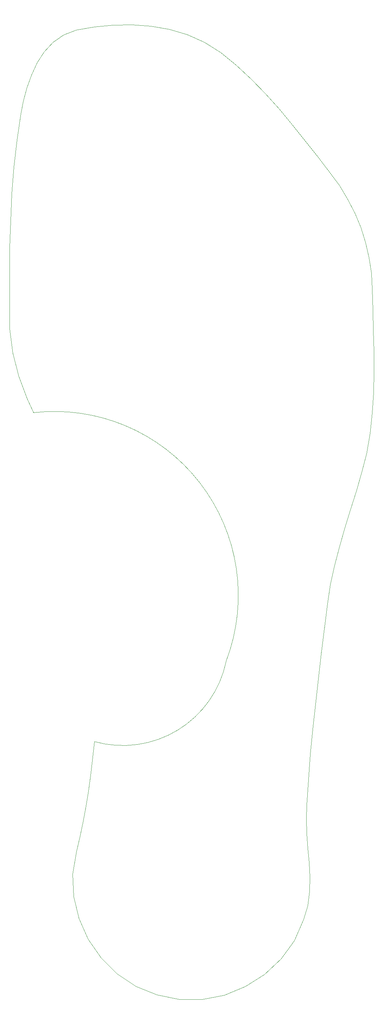
<source format=gbr>
G04 #@! TF.GenerationSoftware,KiCad,Pcbnew,(5.0.0)*
G04 #@! TF.CreationDate,2020-01-07T16:08:45+01:00*
G04 #@! TF.ProjectId,Insole_PCB,496E736F6C655F5043422E6B69636164,rev?*
G04 #@! TF.SameCoordinates,Original*
G04 #@! TF.FileFunction,Other,ECO2*
%FSLAX46Y46*%
G04 Gerber Fmt 4.6, Leading zero omitted, Abs format (unit mm)*
G04 Created by KiCad (PCBNEW (5.0.0)) date 01/07/20 16:08:45*
%MOMM*%
%LPD*%
G01*
G04 APERTURE LIST*
%ADD10C,0.100000*%
G04 APERTURE END LIST*
D10*
X169068316Y-134171726D02*
G75*
G02X215449453Y-193820707I5056994J-43924577D01*
G01*
X215449460Y-193820327D02*
G75*
G02X183709453Y-213230707I-24872853J5016340D01*
G01*
X249792461Y-96966756D02*
X248938460Y-93279067D01*
X250918475Y-119394000D02*
X250804851Y-114431047D01*
X244618361Y-82800959D02*
X242635479Y-79561805D01*
X214075497Y-47564985D02*
X210216067Y-45142095D01*
X228138918Y-61167591D02*
X224860939Y-57520115D01*
X240402762Y-76478709D02*
X237408679Y-72612068D01*
X231304423Y-64921849D02*
X228138918Y-61167591D01*
X250662246Y-109473854D02*
X250543687Y-104529199D01*
X250543687Y-104529199D02*
X250331855Y-100722656D01*
X242635479Y-79561805D02*
X240402762Y-76478709D01*
X248938460Y-93279067D02*
X247782806Y-89677158D01*
X250950095Y-124355936D02*
X250918475Y-119394000D01*
X192788731Y-40906695D02*
X188229936Y-40986495D01*
X210216067Y-45142095D02*
X206098587Y-43309905D01*
X217856896Y-50684145D02*
X214075497Y-47564985D01*
X224860939Y-57520115D02*
X221442820Y-54014075D01*
X234385121Y-68748228D02*
X231304423Y-64921849D01*
X250331855Y-100722656D02*
X249792461Y-96966756D01*
X250846677Y-129310075D02*
X250950095Y-124355936D01*
X188229936Y-40986495D02*
X183708533Y-41431645D01*
X206098587Y-43309905D02*
X201782144Y-42023315D01*
X221442820Y-54014075D02*
X217856896Y-50684145D01*
X197325829Y-41237275D02*
X192788731Y-40906695D01*
X201782144Y-42023315D02*
X197325829Y-41237275D01*
X237408679Y-72612068D02*
X234385121Y-68748228D01*
X247782806Y-89677158D02*
X246338455Y-86178599D01*
X250804851Y-114431047D02*
X250662246Y-109473854D01*
X246338455Y-86178599D02*
X244618361Y-82800959D01*
X178710641Y-250459846D02*
X179986735Y-255744695D01*
X249195948Y-144057930D02*
X250022631Y-139167850D01*
X235176689Y-222352157D02*
X235651770Y-216298068D01*
X204180020Y-275202835D02*
X209630223Y-275196835D01*
X242614654Y-166406798D02*
X243925388Y-161936120D01*
X189159997Y-269026375D02*
X193687826Y-272037505D01*
X209630223Y-275196835D02*
X214973089Y-274130845D01*
X243925388Y-161936120D02*
X245306824Y-157482639D01*
X250555198Y-134249639D02*
X250846677Y-129310075D01*
X250022631Y-139167850D02*
X250555198Y-134249639D01*
X239026732Y-186113925D02*
X239786053Y-180089471D01*
X179391791Y-239608954D02*
X178481168Y-245025420D01*
X248010043Y-148560289D02*
X249195948Y-144057930D01*
X240477047Y-175466729D02*
X241442560Y-170911420D01*
X239786053Y-180089471D02*
X240477047Y-175466729D01*
X234798602Y-235350499D02*
X234668703Y-231875139D01*
X238273505Y-192141574D02*
X239026732Y-186113925D01*
X220036197Y-272093765D02*
X224647127Y-269174015D01*
X235439772Y-249215265D02*
X235517052Y-245772089D01*
X236215504Y-210250663D02*
X236851379Y-204209245D01*
X234042630Y-256003041D02*
X234990932Y-252628502D01*
X179986735Y-255744695D02*
X182215976Y-260712425D01*
X236851379Y-204209245D02*
X237542883Y-198173114D01*
X235651770Y-216298068D02*
X236215504Y-210250663D01*
X234806771Y-228413628D02*
X235176689Y-222352157D01*
X234668703Y-231875139D02*
X234806771Y-228413628D01*
X224647127Y-269174015D02*
X228633456Y-265460035D01*
X214973089Y-274130845D02*
X220036197Y-272093765D01*
X246691022Y-153029610D02*
X248010043Y-148560289D01*
X237542883Y-198173114D02*
X238273505Y-192141574D01*
X228633456Y-265460035D02*
X231822764Y-261040235D01*
X245306824Y-157482639D02*
X246691022Y-153029610D01*
X241442560Y-170911420D02*
X242614654Y-166406798D01*
X235068563Y-238830948D02*
X234798602Y-235350499D01*
X235350681Y-242307731D02*
X235068563Y-238830948D01*
X235517052Y-245772089D02*
X235350681Y-242307731D01*
X234990932Y-252628502D02*
X235439772Y-249215265D01*
X231822764Y-261040235D02*
X234042630Y-256003041D01*
X198794902Y-274061365D02*
X204180020Y-275202835D01*
X193687826Y-272037505D02*
X198794902Y-274061365D01*
X185304889Y-265195495D02*
X189159997Y-269026375D01*
X182215976Y-260712425D02*
X185304889Y-265195495D01*
X178481168Y-245025420D02*
X178710641Y-250459846D01*
X163346174Y-94527525D02*
X163273894Y-101023877D01*
X163533110Y-88034051D02*
X163346174Y-94527525D01*
X166651101Y-59163744D02*
X166027480Y-62207963D01*
X183708533Y-41431645D02*
X179283613Y-42197035D01*
X166027480Y-62207963D02*
X165081884Y-68630412D01*
X171593937Y-47436525D02*
X169890133Y-50080615D01*
X167546977Y-130815764D02*
X169099453Y-134170707D01*
X164052980Y-119834241D02*
X165509419Y-125420014D01*
X163273894Y-101023877D02*
X163286254Y-107517156D01*
X169890133Y-50080615D02*
X168532008Y-52989935D01*
X173693838Y-45167815D02*
X171593937Y-47436525D01*
X179283613Y-42197035D02*
X176240256Y-43384605D01*
X165509419Y-125420014D02*
X167546977Y-130815764D01*
X163353264Y-114001411D02*
X164052980Y-119834241D01*
X163864704Y-81549407D02*
X163533110Y-88034051D01*
X165081884Y-68630412D02*
X164370960Y-75079543D01*
X163286254Y-107517156D02*
X163353264Y-114001411D01*
X164370960Y-75079543D02*
X163864704Y-81549407D01*
X167469137Y-56054355D02*
X166651101Y-59163744D01*
X176240256Y-43384605D02*
X173693838Y-45167815D01*
X168532008Y-52989935D02*
X167469137Y-56054355D01*
X182281045Y-225040487D02*
X181691805Y-228708075D01*
X183709453Y-213230707D02*
X183634182Y-213977433D01*
X180255582Y-235995440D02*
X179391782Y-239609330D01*
X183243825Y-217672222D02*
X182795582Y-221360888D01*
X181691805Y-228708075D02*
X181019453Y-232360707D01*
X182795582Y-221360888D02*
X182281045Y-225040487D01*
X183634182Y-213977433D02*
X183243825Y-217672222D01*
X181019453Y-232360707D02*
X180255582Y-235995440D01*
M02*

</source>
